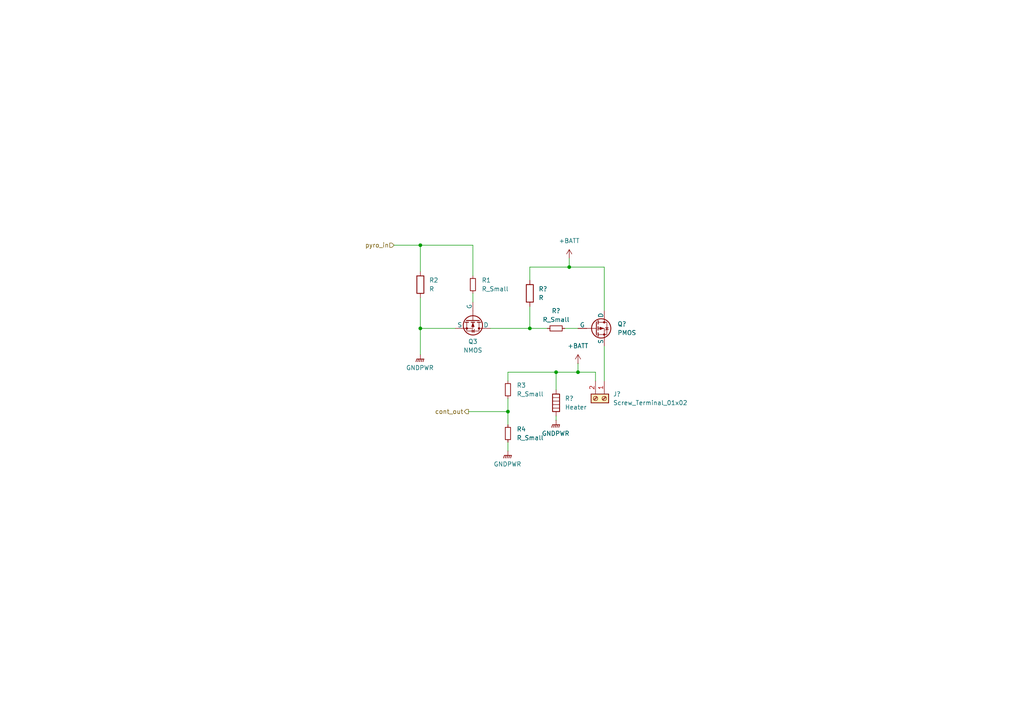
<source format=kicad_sch>
(kicad_sch (version 20250114) (generator "eeschema") (generator_version "9.0")
  (paper "A4")
  (lib_symbols
    (symbol "Connector:Screw_Terminal_01x02" (pin_names (offset 1.016) (hide yes))
      (property "Reference" "J" (at 0 2.54 0))
      (property "Value" "Screw_Terminal_01x02" (at 0 -5.08 0))
      (symbol "Screw_Terminal_01x02_1_1"
        (rectangle (start -1.27 1.27) (end 1.27 -3.81) (stroke (width 0.254)) (fill (type background)))
        (polyline (pts (xy -0.5334 0.3302) (xy 0.3302 -0.508)) (stroke (width 0.1524)))
        (polyline (pts (xy -0.5334 -2.2098) (xy 0.3302 -3.048)) (stroke (width 0.1524)))
        (polyline (pts (xy -0.3556 0.508) (xy 0.508 -0.3302)) (stroke (width 0.1524)))
        (polyline (pts (xy -0.3556 -2.032) (xy 0.508 -2.8702)) (stroke (width 0.1524)))
        (circle (center 0 0) (radius 0.635) (stroke (width 0.1524)))
        (circle (center 0 -2.54) (radius 0.635) (stroke (width 0.1524)))
        (pin passive line (at -5.08 0 0) (length 3.81) (name "Pin_1") (number "1"))
        (pin passive line (at -5.08 -2.54 0) (length 3.81) (name "Pin_2") (number "2"))
      )
    )
    (symbol "Device:Heater" (pin_numbers (hide yes)) (pin_names (offset 0))
      (property "Reference" "R" (at 2.032 0 90))
      (property "Value" "Heater" (at -2.032 0 90))
      (symbol "Heater_0_1"
        (polyline (pts (xy -1.016 1.524) (xy 1.016 1.524)))
        (rectangle (start -1.016 -2.54) (end 1.016 2.54) (stroke (width 0.254)))
        (polyline (pts (xy 1.016 0.508) (xy -1.016 0.508)))
        (polyline (pts (xy 1.016 -0.508) (xy -1.016 -0.508)))
        (polyline (pts (xy 1.016 -1.524) (xy -1.016 -1.524)))
      )
      (symbol "Heater_1_1"
        (pin passive line (at 0 3.81 270) (length 1.27) (name "~") (number "1"))
        (pin passive line (at 0 -3.81 90) (length 1.27) (name "~") (number "2"))
      )
    )
    (symbol "Device:R" (pin_numbers (hide yes)) (pin_names (offset 0))
      (property "Reference" "R" (at 2.032 0 90))
      (property "Value" "R" (at 0 0 90))
      (symbol "R_0_1"
        (rectangle (start -1.016 -2.54) (end 1.016 2.54) (stroke (width 0.254)))
      )
      (symbol "R_1_1"
        (pin passive line (at 0 3.81 270) (length 1.27) (name "~") (number "1"))
        (pin passive line (at 0 -3.81 90) (length 1.27) (name "~") (number "2"))
      )
    )
    (symbol "Device:R_Small" (pin_numbers (hide yes)) (pin_names (offset 0.254) (hide yes))
      (property "Reference" "R" (at 0.762 0.508 0))
      (property "Value" "R_Small" (at 0.762 -1.016 0))
      (symbol "R_Small_0_1"
        (rectangle (start -0.762 1.778) (end 0.762 -1.778) (stroke (width 0.2032)))
      )
      (symbol "R_Small_1_1"
        (pin passive line (at 0 2.54 270) (length 0.762) (name "~") (number "1"))
        (pin passive line (at 0 -2.54 90) (length 0.762) (name "~") (number "2"))
      )
    )
    (symbol "Simulation_SPICE:NMOS" (pin_numbers (hide yes)) (pin_names (offset 0))
      (property "Reference" "Q" (at 5.08 1.27 0))
      (property "Value" "NMOS" (at 5.08 -1.27 0))
      (symbol "NMOS_0_1"
        (polyline (pts (xy 0.254 1.905) (xy 0.254 -1.905)) (stroke (width 0.254)))
        (polyline (pts (xy 0.254 0) (xy -2.54 0)))
        (polyline (pts (xy 0.762 2.286) (xy 0.762 1.27)) (stroke (width 0.254)))
        (polyline (pts (xy 0.762 0.508) (xy 0.762 -0.508)) (stroke (width 0.254)))
        (polyline (pts (xy 0.762 -1.27) (xy 0.762 -2.286)) (stroke (width 0.254)))
        (polyline (pts (xy 0.762 -1.778) (xy 3.302 -1.778) (xy 3.302 1.778) (xy 0.762 1.778)))
        (polyline (pts (xy 1.016 0) (xy 2.032 0.381) (xy 2.032 -0.381) (xy 1.016 0)) (fill (type outline)))
        (circle (center 1.651 0) (radius 2.794) (stroke (width 0.254)))
        (polyline (pts (xy 2.54 2.54) (xy 2.54 1.778)))
        (circle (center 2.54 1.778) (radius 0.254) (fill (type outline)))
        (circle (center 2.54 -1.778) (radius 0.254) (fill (type outline)))
        (polyline (pts (xy 2.54 -2.54) (xy 2.54 0) (xy 0.762 0)))
        (polyline (pts (xy 2.794 0.508) (xy 2.921 0.381) (xy 3.683 0.381) (xy 3.81 0.254)))
        (polyline (pts (xy 3.302 0.381) (xy 2.921 -0.254) (xy 3.683 -0.254) (xy 3.302 0.381)))
      )
      (symbol "NMOS_1_1"
        (pin input line (at -5.08 0 0) (length 2.54) (name "G") (number "2"))
        (pin passive line (at 2.54 5.08 270) (length 2.54) (name "D") (number "1"))
        (pin passive line (at 2.54 -5.08 90) (length 2.54) (name "S") (number "3"))
      )
    )
    (symbol "Simulation_SPICE:PMOS" (pin_numbers (hide yes)) (pin_names (offset 0))
      (property "Reference" "Q" (at 5.08 1.27 0))
      (property "Value" "PMOS" (at 5.08 -1.27 0))
      (symbol "PMOS_0_1"
        (polyline (pts (xy 0.254 1.905) (xy 0.254 -1.905)) (stroke (width 0.254)))
        (polyline (pts (xy 0.254 0) (xy -2.54 0)))
        (polyline (pts (xy 0.762 2.286) (xy 0.762 1.27)) (stroke (width 0.254)))
        (polyline (pts (xy 0.762 1.778) (xy 3.302 1.778) (xy 3.302 -1.778) (xy 0.762 -1.778)))
        (polyline (pts (xy 0.762 0.508) (xy 0.762 -0.508)) (stroke (width 0.254)))
        (polyline (pts (xy 0.762 -1.27) (xy 0.762 -2.286)) (stroke (width 0.254)))
        (circle (center 1.651 0) (radius 2.794) (stroke (width 0.254)))
        (polyline (pts (xy 2.286 0) (xy 1.27 0.381) (xy 1.27 -0.381) (xy 2.286 0)) (fill (type outline)))
        (polyline (pts (xy 2.54 2.54) (xy 2.54 1.778)))
        (circle (center 2.54 1.778) (radius 0.254) (fill (type outline)))
        (circle (center 2.54 -1.778) (radius 0.254) (fill (type outline)))
        (polyline (pts (xy 2.54 -2.54) (xy 2.54 0) (xy 0.762 0)))
        (polyline (pts (xy 2.794 -0.508) (xy 2.921 -0.381) (xy 3.683 -0.381) (xy 3.81 -0.254)))
        (polyline (pts (xy 3.302 -0.381) (xy 2.921 0.254) (xy 3.683 0.254) (xy 3.302 -0.381)))
      )
      (symbol "PMOS_1_1"
        (pin input line (at -5.08 0 0) (length 2.54) (name "G") (number "2"))
        (pin passive line (at 2.54 5.08 270) (length 2.54) (name "D") (number "1"))
        (pin passive line (at 2.54 -5.08 90) (length 2.54) (name "S") (number "3"))
      )
    )
    (symbol "power:+BATT" (power) (pin_numbers (hide yes)) (pin_names (offset 0) (hide yes))
      (property "Value" "+BATT" (at 0 3.556 0))
      (symbol "+BATT_0_1"
        (polyline (pts (xy -0.762 1.27) (xy 0 2.54)))
        (polyline (pts (xy 0 2.54) (xy 0.762 1.27)))
        (polyline (pts (xy 0 0) (xy 0 2.54)))
      )
      (symbol "+BATT_1_1"
        (pin power_in line (at 0 0 90) (length 0) (name "~") (number "1"))
      )
    )
    (symbol "power:GNDPWR" (power) (pin_numbers (hide yes)) (pin_names (offset 0) (hide yes))
      (property "Value" "GNDPWR" (at 0 -3.302 0))
      (symbol "GNDPWR_0_1"
        (polyline (pts (xy -1.016 -1.27) (xy -1.27 -2.032) (xy -1.27 -2.032)) (stroke (width 0.2032)))
        (polyline (pts (xy -0.508 -1.27) (xy -0.762 -2.032) (xy -0.762 -2.032)) (stroke (width 0.2032)))
        (polyline (pts (xy 0 -1.27) (xy 0 0)))
        (polyline (pts (xy 0 -1.27) (xy -0.254 -2.032) (xy -0.254 -2.032)) (stroke (width 0.2032)))
        (polyline (pts (xy 0.508 -1.27) (xy 0.254 -2.032) (xy 0.254 -2.032)) (stroke (width 0.2032)))
        (polyline (pts (xy 1.016 -1.27) (xy -1.016 -1.27) (xy -1.016 -1.27)) (stroke (width 0.2032)))
        (polyline (pts (xy 1.016 -1.27) (xy 0.762 -2.032) (xy 0.762 -2.032) (xy 0.762 -2.032)) (stroke (width 0.2032)))
      )
      (symbol "GNDPWR_1_1"
        (pin power_in line (at 0 0 270) (length 0) (name "~") (number "1"))
      )
    )
  )
  (junction (at 153.67 95.25))
  (junction (at 167.64 107.95))
  (junction (at 165.1 77.47))
  (junction (at 121.92 95.25))
  (junction (at 161.29 107.95))
  (junction (at 147.32 119.38))
  (junction (at 121.92 71.12))
  (wire (pts (xy 153.67 77.47) (xy 165.1 77.47)))
  (wire (pts (xy 172.72 107.95) (xy 167.64 107.95)))
  (wire (pts (xy 165.1 74.93) (xy 165.1 77.47)))
  (wire (pts (xy 147.32 107.95) (xy 147.32 110.49)))
  (wire (pts (xy 121.92 95.25) (xy 121.92 102.87)))
  (wire (pts (xy 142.24 95.25) (xy 153.67 95.25)))
  (wire (pts (xy 167.64 105.41) (xy 167.64 107.95)))
  (wire (pts (xy 161.29 107.95) (xy 167.64 107.95)))
  (wire (pts (xy 175.26 100.33) (xy 175.26 110.49)))
  (wire (pts (xy 161.29 107.95) (xy 147.32 107.95)))
  (wire (pts (xy 161.29 113.03) (xy 161.29 107.95)))
  (wire (pts (xy 153.67 95.25) (xy 158.75 95.25)))
  (wire (pts (xy 114.3 71.12) (xy 121.92 71.12)))
  (wire (pts (xy 165.1 77.47) (xy 175.26 77.47)))
  (wire (pts (xy 135.89 119.38) (xy 147.32 119.38)))
  (wire (pts (xy 147.32 128.27) (xy 147.32 130.81)))
  (wire (pts (xy 132.08 95.25) (xy 121.92 95.25)))
  (wire (pts (xy 175.26 77.47) (xy 175.26 90.17)))
  (wire (pts (xy 153.67 95.25) (xy 153.67 88.9)))
  (wire (pts (xy 153.67 81.28) (xy 153.67 77.47)))
  (wire (pts (xy 172.72 110.49) (xy 172.72 107.95)))
  (wire (pts (xy 163.83 95.25) (xy 167.64 95.25)))
  (wire (pts (xy 161.29 120.65) (xy 161.29 121.92)))
  (wire (pts (xy 121.92 71.12) (xy 137.16 71.12)))
  (wire (pts (xy 121.92 71.12) (xy 121.92 78.74)))
  (wire (pts (xy 137.16 85.09) (xy 137.16 87.63)))
  (wire (pts (xy 147.32 115.57) (xy 147.32 119.38)))
  (wire (pts (xy 137.16 80.01) (xy 137.16 71.12)))
  (wire (pts (xy 121.92 86.36) (xy 121.92 95.25)))
  (wire (pts (xy 147.32 119.38) (xy 147.32 123.19)))
  (hierarchical_label "cont_out" (shape output) (at 135.89 119.38 180))
  (hierarchical_label "pyro_in" (shape input) (at 114.3 71.12 180))
  (symbol (lib_id "power:GNDPWR") (at 121.92 102.87 0) (unit 1)
    (property "Reference" "#PWR03" (effects (hide yes)))
    (property "Value" "GNDPWR" (at 121.793 106.68 0))
    (property "Description" "Power symbol creates a global label with name \"GNDPWR\" , global ground" (effects (hide yes)))
  )
  (symbol (lib_id "Device:R_Small") (at 147.32 113.03 0) (unit 1)
    (property "Reference" "R3" (at 149.86 111.7599 0) (effects (justify left)))
    (property "Value" "R_Small" (at 149.86 114.2999 0) (effects (justify left)))
    (property "Description" "Resistor, small symbol" (effects (hide yes)))
  )
  (symbol (lib_id "power:GNDPWR") (at 147.32 130.81 0) (unit 1)
    (property "Reference" "#PWR05" (effects (hide yes)))
    (property "Value" "GNDPWR" (at 147.193 134.62 0))
    (property "Description" "Power symbol creates a global label with name \"GNDPWR\" , global ground" (effects (hide yes)))
  )
  (symbol (lib_id "Connector:Screw_Terminal_01x02") (at 175.26 115.57 270) (unit 1)
    (property "Reference" "J?" (at 177.8 114.2999 90) (effects (justify left)))
    (property "Value" "Screw_Terminal_01x02" (at 177.8 116.8399 90) (effects (justify left)))
    (property "Description" "Generic screw terminal, single row, 01x02, script generated (kicad-library-utils/schlib/autogen/connector/)" (effects (hide yes)))
  )
  (symbol (lib_id "Device:R_Small") (at 137.16 82.55 180) (unit 1)
    (property "Reference" "R1" (at 139.7 81.2799 0) (effects (justify right)))
    (property "Value" "R_Small" (at 139.7 83.8199 0) (effects (justify right)))
    (property "Description" "Resistor, small symbol" (effects (hide yes)))
  )
  (symbol (lib_id "Device:R_Small") (at 147.32 125.73 0) (unit 1)
    (property "Reference" "R4" (at 149.86 124.4599 0) (effects (justify left)))
    (property "Value" "R_Small" (at 149.86 126.9999 0) (effects (justify left)))
    (property "Description" "Resistor, small symbol" (effects (hide yes)))
  )
  (symbol (lib_id "power:+BATT") (at 165.1 74.93 0) (unit 1)
    (property "Reference" "#PWR02" (effects (hide yes)))
    (property "Value" "+BATT" (at 165.1 69.85 0))
    (property "Description" "Power symbol creates a global label with name \"+BATT\"" (effects (hide yes)))
  )
  (symbol (lib_id "power:+BATT") (at 167.64 105.41 0) (unit 1)
    (property "Reference" "#PWR04" (effects (hide yes)))
    (property "Value" "+BATT" (at 167.64 100.33 0))
    (property "Description" "Power symbol creates a global label with name \"+BATT\"" (effects (hide yes)))
  )
  (symbol (lib_id "Device:R") (at 121.92 82.55 180) (unit 1)
    (property "Reference" "R2" (at 124.46 81.2799 0) (effects (justify right)))
    (property "Value" "R" (at 124.46 83.8199 0) (effects (justify right)))
    (property "Description" "Resistor" (effects (hide yes)))
  )
  (symbol (lib_id "Simulation_SPICE:NMOS") (at 137.16 92.71 270) (unit 1)
    (property "Reference" "Q3" (at 137.16 99.06 90))
    (property "Value" "NMOS" (at 137.16 101.6 90))
    (property "Datasheet" "https://ngspice.sourceforge.io/docs/ngspice-html-manual/manual.xhtml#cha_MOSFETs" (effects (hide yes)))
    (property "Description" "N-MOSFET transistor, drain/source/gate" (effects (hide yes)))
    (property "Sim.Device" "NMOS" (effects (hide yes)))
    (property "Sim.Type" "VDMOS" (effects (hide yes)))
    (property "Sim.Pins" "1=D 2=G 3=S" (effects (hide yes)))
  )
  (symbol (lib_id "Simulation_SPICE:PMOS") (at 172.72 95.25 0) (unit 1)
    (property "Reference" "Q?" (at 179.07 93.9799 0) (effects (justify left)))
    (property "Value" "PMOS" (at 179.07 96.5199 0) (effects (justify left)))
    (property "Datasheet" "https://ngspice.sourceforge.io/docs/ngspice-html-manual/manual.xhtml#cha_MOSFETs" (effects (hide yes)))
    (property "Description" "P-MOSFET transistor, drain/source/gate" (effects (hide yes)))
    (property "Sim.Device" "PMOS" (effects (hide yes)))
    (property "Sim.Type" "VDMOS" (effects (hide yes)))
    (property "Sim.Pins" "1=D 2=G 3=S" (effects (hide yes)))
  )
  (symbol (lib_id "Device:R") (at 153.67 85.09 180) (unit 1)
    (property "Reference" "R?" (at 156.21 83.8199 0) (effects (justify right)))
    (property "Value" "R" (at 156.21 86.3599 0) (effects (justify right)))
    (property "Description" "Resistor" (effects (hide yes)))
  )
  (symbol (lib_id "power:GNDPWR") (at 161.29 121.92 0) (unit 1)
    (property "Reference" "#PWR01" (effects (hide yes)))
    (property "Value" "GNDPWR" (at 161.163 125.73 0))
    (property "Description" "Power symbol creates a global label with name \"GNDPWR\" , global ground" (effects (hide yes)))
  )
  (symbol (lib_id "Device:Heater") (at 161.29 116.84 0) (unit 1)
    (property "Reference" "R?" (at 163.83 115.5699 0) (effects (justify left)))
    (property "Value" "Heater" (at 163.83 118.1099 0) (effects (justify left)))
    (property "Description" "Resistive heater" (effects (hide yes)))
  )
  (symbol (lib_id "Device:R_Small") (at 161.29 95.25 90) (unit 1)
    (property "Reference" "R?" (at 161.29 90.17 90))
    (property "Value" "R_Small" (at 161.29 92.71 90))
    (property "Description" "Resistor, small symbol" (effects (hide yes)))
  )
)
</source>
